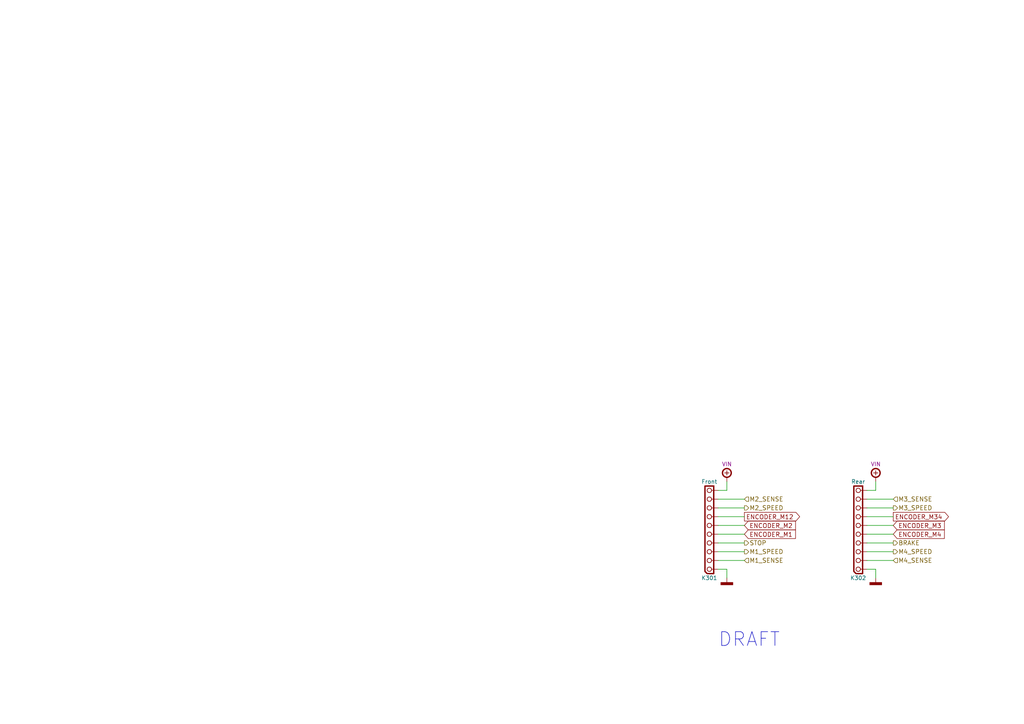
<source format=kicad_sch>
(kicad_sch (version 20211123) (generator eeschema)
  (paper "A4")
  (title_block (title "Motor Encoder") (date "01/2022") (rev "A") (comment 1 "TCAR MCU Board - PIC24"))
  (lib_symbols
    (symbol "tronixio:HARWIN-254-F-1X10-VERTICAL" (pin_numbers hide) (pin_names (offset 0) hide)
      (property "Reference" "K" (at 0 2.54 0))
      (property "Value" "HARWIN-254-F-1X10-VERTICAL" (at 0 -25.4 0))
      (symbol "HARWIN-254-F-1X10-VERTICAL_0_1"
        (circle (center 0 -22.86) (radius 0.635) (stroke (width 0.2)))
        (circle (center 0 -20.32) (radius 0.635) (stroke (width 0.2)))
        (circle (center 0 -17.78) (radius 0.635) (stroke (width 0.2)))
        (circle (center 0 -15.24) (radius 0.635) (stroke (width 0.2)))
        (circle (center 0 -12.7) (radius 0.635) (stroke (width 0.2)))
        (circle (center 0 -10.16) (radius 0.635) (stroke (width 0.2)))
        (circle (center 0 -7.62) (radius 0.635) (stroke (width 0.2)))
        (circle (center 0 -5.08) (radius 0.635) (stroke (width 0.2)))
        (circle (center 0 -2.54) (radius 0.635) (stroke (width 0.2)))
        (polyline (pts (xy -1.27 -24.13) (xy 1.27 -24.13) (xy 1.27 0.635) (xy 0.635 1.27) (xy -1.27 1.27) (xy -1.27 -24.13)) (stroke (width 0.4)))
        (circle (center 0 0) (radius 0.635) (stroke (width 0.2)))
      )
      (symbol "HARWIN-254-F-1X10-VERTICAL_1_1"
        (pin passive line (at -2.54 0 0) (length 1.905) (name "Pin_1") (number "1"))
        (pin passive line (at -2.54 -22.86 0) (length 1.905) (name "Pin_10") (number "10"))
        (pin passive line (at -2.54 -2.54 0) (length 1.905) (name "Pin_2") (number "2"))
        (pin passive line (at -2.54 -5.08 0) (length 1.905) (name "Pin_3") (number "3"))
        (pin passive line (at -2.54 -7.62 0) (length 1.905) (name "Pin_4") (number "4"))
        (pin passive line (at -2.54 -10.16 0) (length 1.905) (name "Pin_5") (number "5"))
        (pin passive line (at -2.54 -12.7 0) (length 1.905) (name "Pin_6") (number "6"))
        (pin passive line (at -2.54 -15.24 0) (length 1.905) (name "Pin_7") (number "7"))
        (pin passive line (at -2.54 -17.78 0) (length 1.905) (name "Pin_8") (number "8"))
        (pin passive line (at -2.54 -20.32 0) (length 1.905) (name "Pin_9") (number "9"))
      )
    )
    (symbol "tronixio:POWER-GND" (power) (pin_numbers hide) (pin_names (offset 0) hide)
      (symbol "POWER-GND_0_1"
        (rectangle (start -1.778 -2.032) (end 1.778 -1.27) (stroke (width 0.001)) (fill (type outline)))
      )
      (symbol "POWER-GND_1_1"
        (pin power_in line (at 0 0 270) (length 1.27) (name "GND") (number "1"))
      )
    )
    (symbol "tronixio:POWER-VIN" (power) (pin_numbers hide) (pin_names (offset 0) hide)
      (property "Name" "VIN" (at 0 5.08 0))
      (symbol "POWER-VIN_0_1"
        (polyline (pts (xy -0.635 2.54) (xy 0.635 2.54)) (stroke (width 0.2)))
        (polyline (pts (xy 0 1.905) (xy 0 3.175)) (stroke (width 0.2)))
        (circle (center 0 2.54) (radius 1.27) (stroke (width 0.4)))
      )
      (symbol "POWER-VIN_1_1"
        (pin power_in line (at 0 0 90) (length 1.27) (name "VIN") (number "1"))
      )
    )
  )
  (wire (pts (xy 215.9 154.94) (xy 208.28 154.94)))
  (wire (pts (xy 208.28 142.24) (xy 210.82 142.24)))
  (wire (pts (xy 210.82 142.24) (xy 210.82 139.7)))
  (wire (pts (xy 254 165.1) (xy 254 167.64)))
  (wire (pts (xy 208.28 165.1) (xy 210.82 165.1)))
  (wire (pts (xy 215.9 144.78) (xy 208.28 144.78)))
  (wire (pts (xy 251.46 165.1) (xy 254 165.1)))
  (wire (pts (xy 259.08 144.78) (xy 251.46 144.78)))
  (wire (pts (xy 259.08 152.4) (xy 251.46 152.4)))
  (wire (pts (xy 251.46 142.24) (xy 254 142.24)))
  (wire (pts (xy 259.08 157.48) (xy 251.46 157.48)))
  (wire (pts (xy 215.9 147.32) (xy 208.28 147.32)))
  (wire (pts (xy 259.08 154.94) (xy 251.46 154.94)))
  (wire (pts (xy 215.9 162.56) (xy 208.28 162.56)))
  (wire (pts (xy 259.08 149.86) (xy 251.46 149.86)))
  (wire (pts (xy 259.08 160.02) (xy 251.46 160.02)))
  (wire (pts (xy 254 142.24) (xy 254 139.7)))
  (wire (pts (xy 215.9 152.4) (xy 208.28 152.4)))
  (wire (pts (xy 210.82 165.1) (xy 210.82 167.64)))
  (wire (pts (xy 215.9 160.02) (xy 208.28 160.02)))
  (wire (pts (xy 259.08 147.32) (xy 251.46 147.32)))
  (wire (pts (xy 259.08 162.56) (xy 251.46 162.56)))
  (wire (pts (xy 215.9 157.48) (xy 208.28 157.48)))
  (wire (pts (xy 215.9 149.86) (xy 208.28 149.86)))
  (text "DRAFT" (at 208.28 187.96 0) (effects (font (size 4 4)) (justify left bottom)))
  (global_label "ENCODER_M34" (shape output) (at 259.08 149.86 0) (property "Intersheet References" "${INTERSHEET_REFS}" (effects hide)))
  (global_label "ENCODER_M12" (shape output) (at 215.9 149.86 0) (property "Intersheet References" "${INTERSHEET_REFS}" (effects hide)))
  (global_label "ENCODER_M4" (shape input) (at 259.08 154.94 0) (property "Intersheet References" "${INTERSHEET_REFS}" (effects hide)))
  (global_label "ENCODER_M2" (shape input) (at 215.9 152.4 0) (property "Intersheet References" "${INTERSHEET_REFS}" (effects hide)))
  (global_label "ENCODER_M1" (shape input) (at 215.9 154.94 0) (property "Intersheet References" "${INTERSHEET_REFS}" (effects hide)))
  (global_label "ENCODER_M3" (shape input) (at 259.08 152.4 0) (property "Intersheet References" "${INTERSHEET_REFS}" (effects hide)))
  (hierarchical_label "M3_SENSE" (shape input) (at 259.08 144.78 0))
  (hierarchical_label "M1_SENSE" (shape input) (at 215.9 162.56 0))
  (hierarchical_label "BRAKE" (shape output) (at 259.08 157.48 0))
  (hierarchical_label "M4_SENSE" (shape input) (at 259.08 162.56 0))
  (hierarchical_label "M3_SPEED" (shape output) (at 259.08 147.32 0))
  (hierarchical_label "STOP" (shape output) (at 215.9 157.48 0))
  (hierarchical_label "M1_SPEED" (shape output) (at 215.9 160.02 0))
  (hierarchical_label "M2_SPEED" (shape output) (at 215.9 147.32 0))
  (hierarchical_label "M2_SENSE" (shape input) (at 215.9 144.78 0))
  (hierarchical_label "M4_SPEED" (shape output) (at 259.08 160.02 0))
  (symbol (lib_id "tronixio:POWER-VIN") (at 254 139.7 0) (unit 1)
    (property "Reference" "#PWR0302" (effects hide))
    (property "Value" "POWER-VIN" (effects hide))
    (property "Name" "VIN" (at 254 134.62 0) (effects (font (size 1.15 1.15))))
  )
  (symbol (lib_id "tronixio:POWER-GND") (at 210.82 167.64 0) (unit 1)
    (property "Reference" "#PWR0303" (effects hide))
    (property "Value" "POWER-GND" (effects hide))
  )
  (symbol (lib_id "tronixio:POWER-GND") (at 254 167.64 0) (unit 1)
    (property "Reference" "#PWR0304" (effects hide))
    (property "Value" "POWER-GND" (effects hide))
  )
  (symbol (lib_id "tronixio:HARWIN-254-F-1X10-VERTICAL") (at 248.92 165.1 180) (unit 1)
    (property "Reference" "K302" (at 248.92 167.64 0) (effects (font (size 1.15 1.15))))
    (property "Value" "Rear" (at 248.92 139.7 0) (effects (font (size 1.15 1.15))))
    (property "Footprint" "tronixio:zzHARWIN-M20-782104x" (effects hide))
    (property "Datasheet" "https://www.harwin.com/products/M20-7821446/" (effects hide))
    (property "MOUSER" "855-M20-782104" (effects hide))
  )
  (symbol (lib_id "tronixio:HARWIN-254-F-1X10-VERTICAL") (at 205.74 165.1 180) (unit 1)
    (property "Reference" "K301" (at 205.74 167.64 0) (effects (font (size 1.15 1.15))))
    (property "Value" "Front" (at 205.74 139.7 0) (effects (font (size 1.15 1.15))))
    (property "Footprint" "tronixio:zzHARWIN-M20-782104x" (effects hide))
    (property "Datasheet" "https://www.harwin.com/products/M20-7821446/" (effects hide))
    (property "MOUSER" "855-M20-782104" (effects hide))
  )
  (symbol (lib_id "tronixio:POWER-VIN") (at 210.82 139.7 0) (unit 1)
    (property "Reference" "#PWR0301" (effects hide))
    (property "Value" "POWER-VIN" (effects hide))
    (property "Name" "VIN" (at 210.82 134.62 0) (effects (font (size 1.15 1.15))))
  )
)
</source>
